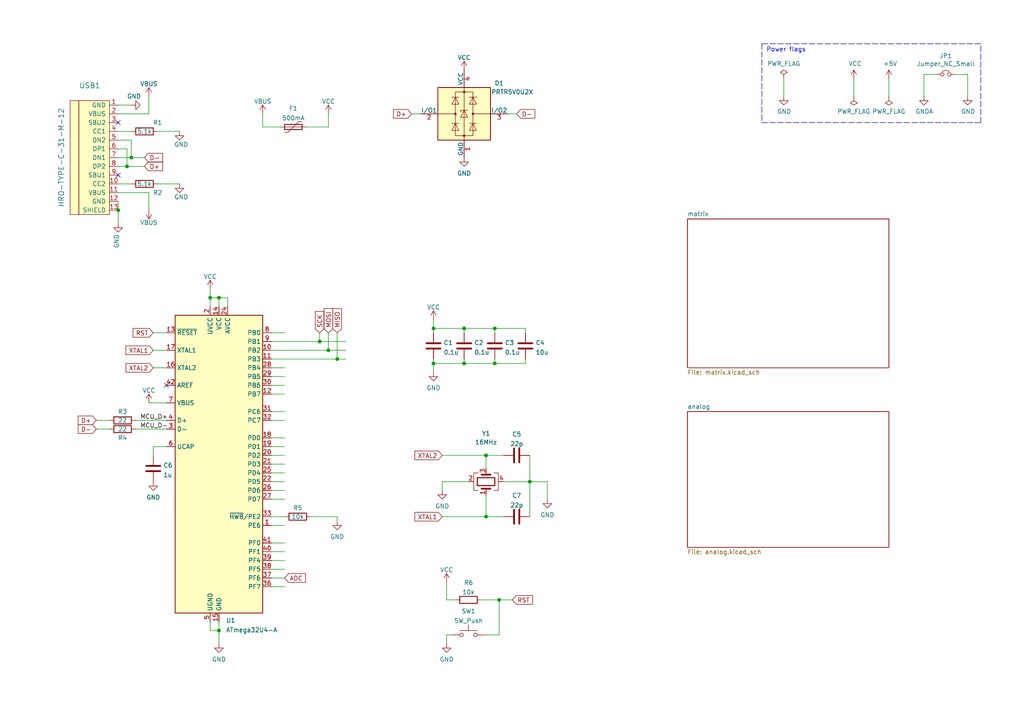
<source format=kicad_sch>
(kicad_sch (version 20211123) (generator eeschema)
  (paper "A4")
  (lib_symbols
    (symbol "Device:C" (pin_numbers hide) (pin_names (offset 0.254))
      (property "Reference" "C" (at 0.635 2.54 0))
      (property "Value" "C" (at 0.635 -2.54 0))
      (symbol "C_0_1"
        (polyline (pts (xy -2.032 -0.762) (xy 2.032 -0.762)) (stroke (width 0.508)))
        (polyline (pts (xy -2.032 0.762) (xy 2.032 0.762)) (stroke (width 0.508)))
      )
      (symbol "C_1_1"
        (pin passive line (at 0 3.81 270) (length 2.794) (name "~") (number "1"))
        (pin passive line (at 0 -3.81 90) (length 2.794) (name "~") (number "2"))
      )
    )
    (symbol "Device:Crystal_GND24" (pin_names (offset 1.016) hide)
      (property "Reference" "Y" (at 3.175 5.08 0))
      (property "Value" "Crystal_GND24" (at 3.175 3.175 0))
      (symbol "Crystal_GND24_0_1"
        (rectangle (start -1.143 2.54) (end 1.143 -2.54) (stroke (width 0.3048)))
        (polyline (pts (xy -2.54 0) (xy -2.032 0)))
        (polyline (pts (xy -2.032 -1.27) (xy -2.032 1.27)) (stroke (width 0.508)))
        (polyline (pts (xy 0 -3.81) (xy 0 -3.556)))
        (polyline (pts (xy 0 3.556) (xy 0 3.81)))
        (polyline (pts (xy 2.032 -1.27) (xy 2.032 1.27)) (stroke (width 0.508)))
        (polyline (pts (xy 2.032 0) (xy 2.54 0)))
        (polyline (pts (xy -2.54 -2.286) (xy -2.54 -3.556) (xy 2.54 -3.556) (xy 2.54 -2.286)))
        (polyline (pts (xy -2.54 2.286) (xy -2.54 3.556) (xy 2.54 3.556) (xy 2.54 2.286)))
      )
      (symbol "Crystal_GND24_1_1"
        (pin passive line (at -3.81 0 0) (length 1.27) (name "1") (number "1"))
        (pin passive line (at 0 5.08 270) (length 1.27) (name "2") (number "2"))
        (pin passive line (at 3.81 0 180) (length 1.27) (name "3") (number "3"))
        (pin passive line (at 0 -5.08 90) (length 1.27) (name "4") (number "4"))
      )
    )
    (symbol "Device:Jumper_NC_Small" (pin_numbers hide) (pin_names (offset 0.762) hide)
      (property "Reference" "JP" (at 0 2.032 0))
      (property "Value" "Device_Jumper_NC_Small" (at 0.254 -1.524 0))
      (symbol "Jumper_NC_Small_0_1"
        (circle (center -1.016 0) (radius 0.508))
        (circle (center 1.016 0) (radius 0.508))
        (arc (start 1.016 0.762) (mid 0 1.1828) (end -1.016 0.762))
        (pin passive line (at -2.54 0 0) (length 1.016) (name "1") (number "1"))
        (pin passive line (at 2.54 0 180) (length 1.016) (name "2") (number "2"))
      )
    )
    (symbol "Device:Polyfuse" (pin_numbers hide) (pin_names (offset 0))
      (property "Reference" "F" (at -2.54 0 90))
      (property "Value" "Polyfuse" (at 2.54 0 90))
      (symbol "Polyfuse_0_1"
        (rectangle (start -0.762 2.54) (end 0.762 -2.54) (stroke (width 0.254)))
        (polyline (pts (xy 0 2.54) (xy 0 -2.54)))
        (polyline (pts (xy -1.524 2.54) (xy -1.524 1.524) (xy 1.524 -1.524) (xy 1.524 -2.54)))
      )
      (symbol "Polyfuse_1_1"
        (pin passive line (at 0 3.81 270) (length 1.27) (name "~") (number "1"))
        (pin passive line (at 0 -3.81 90) (length 1.27) (name "~") (number "2"))
      )
    )
    (symbol "Device:R" (pin_numbers hide) (pin_names (offset 0))
      (property "Reference" "R" (at 2.032 0 90))
      (property "Value" "R" (at 0 0 90))
      (symbol "R_0_1"
        (rectangle (start -1.016 -2.54) (end 1.016 2.54) (stroke (width 0.254)))
      )
      (symbol "R_1_1"
        (pin passive line (at 0 3.81 270) (length 1.27) (name "~") (number "1"))
        (pin passive line (at 0 -3.81 90) (length 1.27) (name "~") (number "2"))
      )
    )
    (symbol "MCU_Microchip_ATmega:ATmega32U4-A"
      (property "Reference" "U" (at -12.7 44.45 0))
      (property "Value" "ATmega32U4-A" (at 2.54 -44.45 0))
      (symbol "ATmega32U4-A_0_1"
        (rectangle (start -12.7 -43.18) (end 12.7 43.18) (stroke (width 0.254)) (fill (type background)))
      )
      (symbol "ATmega32U4-A_1_1"
        (pin bidirectional line (at 15.24 -17.78 180) (length 2.54) (name "PE6") (number "1"))
        (pin bidirectional line (at 15.24 33.02 180) (length 2.54) (name "PB2") (number "10"))
        (pin bidirectional line (at 15.24 30.48 180) (length 2.54) (name "PB3") (number "11"))
        (pin bidirectional line (at 15.24 20.32 180) (length 2.54) (name "PB7") (number "12"))
        (pin input line (at -15.24 38.1 0) (length 2.54) (name "~{RESET}") (number "13"))
        (pin power_in line (at 0 45.72 270) (length 2.54) (name "VCC") (number "14"))
        (pin power_in line (at 0 -45.72 90) (length 2.54) (name "GND") (number "15"))
        (pin output line (at -15.24 27.94 0) (length 2.54) (name "XTAL2") (number "16"))
        (pin input line (at -15.24 33.02 0) (length 2.54) (name "XTAL1") (number "17"))
        (pin bidirectional line (at 15.24 7.62 180) (length 2.54) (name "PD0") (number "18"))
        (pin bidirectional line (at 15.24 5.08 180) (length 2.54) (name "PD1") (number "19"))
        (pin power_in line (at -2.54 45.72 270) (length 2.54) (name "UVCC") (number "2"))
        (pin bidirectional line (at 15.24 2.54 180) (length 2.54) (name "PD2") (number "20"))
        (pin bidirectional line (at 15.24 0 180) (length 2.54) (name "PD3") (number "21"))
        (pin bidirectional line (at 15.24 -5.08 180) (length 2.54) (name "PD5") (number "22"))
        (pin passive line (at 0 -45.72 90) (length 2.54) hide (name "GND") (number "23"))
        (pin power_in line (at 2.54 45.72 270) (length 2.54) (name "AVCC") (number "24"))
        (pin bidirectional line (at 15.24 -2.54 180) (length 2.54) (name "PD4") (number "25"))
        (pin bidirectional line (at 15.24 -7.62 180) (length 2.54) (name "PD6") (number "26"))
        (pin bidirectional line (at 15.24 -10.16 180) (length 2.54) (name "PD7") (number "27"))
        (pin bidirectional line (at 15.24 27.94 180) (length 2.54) (name "PB4") (number "28"))
        (pin bidirectional line (at 15.24 25.4 180) (length 2.54) (name "PB5") (number "29"))
        (pin bidirectional line (at -15.24 10.16 0) (length 2.54) (name "D-") (number "3"))
        (pin bidirectional line (at 15.24 22.86 180) (length 2.54) (name "PB6") (number "30"))
        (pin bidirectional line (at 15.24 15.24 180) (length 2.54) (name "PC6") (number "31"))
        (pin bidirectional line (at 15.24 12.7 180) (length 2.54) (name "PC7") (number "32"))
        (pin bidirectional line (at 15.24 -15.24 180) (length 2.54) (name "~{HWB}/PE2") (number "33"))
        (pin passive line (at 0 45.72 270) (length 2.54) hide (name "VCC") (number "34"))
        (pin passive line (at 0 -45.72 90) (length 2.54) hide (name "GND") (number "35"))
        (pin bidirectional line (at 15.24 -35.56 180) (length 2.54) (name "PF7") (number "36"))
        (pin bidirectional line (at 15.24 -33.02 180) (length 2.54) (name "PF6") (number "37"))
        (pin bidirectional line (at 15.24 -30.48 180) (length 2.54) (name "PF5") (number "38"))
        (pin bidirectional line (at 15.24 -27.94 180) (length 2.54) (name "PF4") (number "39"))
        (pin bidirectional line (at -15.24 12.7 0) (length 2.54) (name "D+") (number "4"))
        (pin bidirectional line (at 15.24 -25.4 180) (length 2.54) (name "PF1") (number "40"))
        (pin bidirectional line (at 15.24 -22.86 180) (length 2.54) (name "PF0") (number "41"))
        (pin passive line (at -15.24 22.86 0) (length 2.54) (name "AREF") (number "42"))
        (pin passive line (at 0 -45.72 90) (length 2.54) hide (name "GND") (number "43"))
        (pin passive line (at 2.54 45.72 270) (length 2.54) hide (name "AVCC") (number "44"))
        (pin passive line (at -2.54 -45.72 90) (length 2.54) (name "UGND") (number "5"))
        (pin passive line (at -15.24 5.08 0) (length 2.54) (name "UCAP") (number "6"))
        (pin input line (at -15.24 17.78 0) (length 2.54) (name "VBUS") (number "7"))
        (pin bidirectional line (at 15.24 38.1 180) (length 2.54) (name "PB0") (number "8"))
        (pin bidirectional line (at 15.24 35.56 180) (length 2.54) (name "PB1") (number "9"))
      )
    )
    (symbol "Power_Protection:PRTR5V0U2X" (pin_names (offset 0))
      (property "Reference" "D" (at 2.794 8.636 0))
      (property "Value" "PRTR5V0U2X" (at 8.128 -9.398 0))
      (symbol "PRTR5V0U2X_0_1"
        (rectangle (start -7.62 -7.62) (end 7.62 7.62) (stroke (width 0.254)) (fill (type background)))
        (circle (center -2.54 0) (radius 0.254) (fill (type outline)))
        (rectangle (start -2.54 6.35) (end 2.54 -6.35))
        (circle (center 0 -6.35) (radius 0.254) (fill (type outline)))
        (polyline (pts (xy -2.54 0) (xy -7.62 0)))
        (polyline (pts (xy -1.524 -2.794) (xy -3.556 -2.794)))
        (polyline (pts (xy -1.524 4.826) (xy -3.556 4.826)))
        (polyline (pts (xy 0 -7.62) (xy 0 7.62)))
        (polyline (pts (xy 1.524 -2.794) (xy 3.556 -2.794)))
        (polyline (pts (xy 1.524 4.826) (xy 3.556 4.826)))
        (polyline (pts (xy 2.54 0) (xy 7.62 0)))
        (polyline (pts (xy 1.016 1.016) (xy -1.016 1.016) (xy -1.016 0.508)))
        (polyline (pts (xy -3.556 -4.826) (xy -1.524 -4.826) (xy -2.54 -2.794) (xy -3.556 -4.826)))
        (polyline (pts (xy -3.556 2.794) (xy -1.524 2.794) (xy -2.54 4.826) (xy -3.556 2.794)))
        (polyline (pts (xy -1.016 -1.016) (xy 1.016 -1.016) (xy 0 1.016) (xy -1.016 -1.016)))
        (polyline (pts (xy 3.556 -4.826) (xy 1.524 -4.826) (xy 2.54 -2.794) (xy 3.556 -4.826)))
        (polyline (pts (xy 3.556 2.794) (xy 1.524 2.794) (xy 2.54 4.826) (xy 3.556 2.794)))
        (circle (center 0 6.35) (radius 0.254) (fill (type outline)))
        (circle (center 2.54 0) (radius 0.254) (fill (type outline)))
      )
      (symbol "PRTR5V0U2X_1_1"
        (pin passive line (at 0 -12.7 90) (length 5.08) (name "GND") (number "1"))
        (pin passive line (at -12.7 0 0) (length 5.08) (name "I/O1") (number "2"))
        (pin passive line (at 12.7 0 180) (length 5.08) (name "I/O2") (number "3"))
        (pin passive line (at 0 12.7 270) (length 5.08) (name "VCC") (number "4"))
      )
    )
    (symbol "Switch:SW_Push" (pin_numbers hide) (pin_names (offset 1.016) hide)
      (property "Reference" "SW" (at 1.27 2.54 0))
      (property "Value" "SW_Push" (at 0 -1.524 0))
      (symbol "SW_Push_0_1"
        (circle (center -2.032 0) (radius 0.508))
        (polyline (pts (xy 0 1.27) (xy 0 3.048)))
        (polyline (pts (xy 2.54 1.27) (xy -2.54 1.27)))
        (circle (center 2.032 0) (radius 0.508))
        (pin passive line (at -5.08 0 0) (length 2.54) (name "1") (number "1"))
        (pin passive line (at 5.08 0 180) (length 2.54) (name "2") (number "2"))
      )
    )
    (symbol "cipulot_parts:HRO-TYPE-C-31-M-12" (pin_names (offset 1.016))
      (property "Reference" "USB" (at -5.08 16.51 0))
      (property "Value" "HRO-TYPE-C-31-M-12" (at -10.16 -1.27 90))
      (symbol "HRO-TYPE-C-31-M-12_0_1"
        (rectangle (start -11.43 15.24) (end -8.89 -17.78) (fill (type background)))
        (rectangle (start 0 -17.78) (end -8.89 15.24) (fill (type background)))
      )
      (symbol "HRO-TYPE-C-31-M-12_1_1"
        (pin input line (at 2.54 13.97 180) (length 2.54) (name "GND") (number "1"))
        (pin input line (at 2.54 -8.89 180) (length 2.54) (name "CC2") (number "10"))
        (pin input line (at 2.54 -11.43 180) (length 2.54) (name "VBUS") (number "11"))
        (pin input line (at 2.54 -13.97 180) (length 2.54) (name "GND") (number "12"))
        (pin input line (at 2.54 -16.51 180) (length 2.54) (name "SHIELD") (number "13"))
        (pin input line (at 2.54 11.43 180) (length 2.54) (name "VBUS") (number "2"))
        (pin input line (at 2.54 8.89 180) (length 2.54) (name "SBU2") (number "3"))
        (pin input line (at 2.54 6.35 180) (length 2.54) (name "CC1") (number "4"))
        (pin input line (at 2.54 3.81 180) (length 2.54) (name "DN2") (number "5"))
        (pin input line (at 2.54 1.27 180) (length 2.54) (name "DP1") (number "6"))
        (pin input line (at 2.54 -1.27 180) (length 2.54) (name "DN1") (number "7"))
        (pin input line (at 2.54 -3.81 180) (length 2.54) (name "DP2") (number "8"))
        (pin input line (at 2.54 -6.35 180) (length 2.54) (name "SBU1") (number "9"))
      )
    )
    (symbol "power:+5V" (power) (pin_names (offset 0))
      (property "Value" "+5V" (at 0 3.556 0))
      (symbol "+5V_0_1"
        (polyline (pts (xy -0.762 1.27) (xy 0 2.54)))
        (polyline (pts (xy 0 0) (xy 0 2.54)))
        (polyline (pts (xy 0 2.54) (xy 0.762 1.27)))
      )
      (symbol "+5V_1_1"
        (pin power_in line (at 0 0 90) (length 0) hide (name "+5V") (number "1"))
      )
    )
    (symbol "power:GND" (power) (pin_names (offset 0))
      (property "Value" "GND" (at 0 -3.81 0))
      (symbol "GND_0_1"
        (polyline (pts (xy 0 0) (xy 0 -1.27) (xy 1.27 -1.27) (xy 0 -2.54) (xy -1.27 -1.27) (xy 0 -1.27)))
      )
      (symbol "GND_1_1"
        (pin power_in line (at 0 0 270) (length 0) hide (name "GND") (number "1"))
      )
    )
    (symbol "power:GNDA" (power) (pin_names (offset 0))
      (property "Value" "GNDA" (at 0 -3.81 0))
      (symbol "GNDA_0_1"
        (polyline (pts (xy 0 0) (xy 0 -1.27) (xy 1.27 -1.27) (xy 0 -2.54) (xy -1.27 -1.27) (xy 0 -1.27)))
      )
      (symbol "GNDA_1_1"
        (pin power_in line (at 0 0 270) (length 0) hide (name "GNDA") (number "1"))
      )
    )
    (symbol "power:PWR_FLAG" (power) (pin_numbers hide) (pin_names (offset 0) hide)
      (property "Value" "PWR_FLAG" (at 0 3.81 0))
      (symbol "PWR_FLAG_0_0"
        (pin power_out line (at 0 0 90) (length 0) (name "pwr") (number "1"))
      )
      (symbol "PWR_FLAG_0_1"
        (polyline (pts (xy 0 0) (xy 0 1.27) (xy -1.016 1.905) (xy 0 2.54) (xy 1.016 1.905) (xy 0 1.27)))
      )
    )
    (symbol "power:VBUS" (power) (pin_names (offset 0))
      (property "Value" "VBUS" (at 0 3.81 0))
      (symbol "VBUS_0_1"
        (polyline (pts (xy -0.762 1.27) (xy 0 2.54)))
        (polyline (pts (xy 0 0) (xy 0 2.54)))
        (polyline (pts (xy 0 2.54) (xy 0.762 1.27)))
      )
      (symbol "VBUS_1_1"
        (pin power_in line (at 0 0 90) (length 0) hide (name "VBUS") (number "1"))
      )
    )
    (symbol "power:VCC" (power) (pin_names (offset 0))
      (property "Value" "VCC" (at 0 3.81 0))
      (symbol "VCC_0_1"
        (polyline (pts (xy -0.762 1.27) (xy 0 2.54)))
        (polyline (pts (xy 0 0) (xy 0 2.54)))
        (polyline (pts (xy 0 2.54) (xy 0.762 1.27)))
      )
      (symbol "VCC_1_1"
        (pin power_in line (at 0 0 90) (length 0) hide (name "VCC") (number "1"))
      )
    )
  )
  (junction (at 140.97 149.86))
  (junction (at 144.78 173.99))
  (junction (at 134.62 95.25))
  (junction (at 38.1 45.72))
  (junction (at 97.79 104.14))
  (junction (at 63.5 86.36))
  (junction (at 125.73 105.41))
  (junction (at 60.96 86.36))
  (junction (at 34.29 60.96))
  (junction (at 125.73 95.25))
  (junction (at 92.71 99.06))
  (junction (at 143.51 95.25))
  (junction (at 63.5 182.88))
  (junction (at 140.97 132.08))
  (junction (at 134.62 105.41))
  (junction (at 143.51 105.41))
  (junction (at 36.83 48.26))
  (junction (at 95.25 101.6))
  (junction (at 153.67 139.7))
  (no_connect (at 34.29 50.8))
  (no_connect (at 34.29 35.56))
  (no_connect (at 48.26 111.76))
  (wire (pts (xy 78.74 152.4) (xy 82.55 152.4)))
  (wire (pts (xy 90.17 149.86) (xy 97.79 149.86)))
  (wire (pts (xy 125.73 104.14) (xy 125.73 105.41)))
  (wire (pts (xy 95.25 96.52) (xy 95.25 101.6)))
  (wire (pts (xy 34.29 53.34) (xy 38.1 53.34)))
  (wire (pts (xy 128.27 149.86) (xy 140.97 149.86)))
  (wire (pts (xy 143.51 95.25) (xy 143.51 96.52)))
  (wire (pts (xy 152.4 105.41) (xy 143.51 105.41)))
  (wire (pts (xy 78.74 132.08) (xy 82.55 132.08)))
  (wire (pts (xy 78.74 99.06) (xy 92.71 99.06)))
  (wire (pts (xy 43.18 55.88) (xy 43.18 60.96)))
  (wire (pts (xy 78.74 149.86) (xy 82.55 149.86)))
  (wire (pts (xy 34.29 45.72) (xy 38.1 45.72)))
  (wire (pts (xy 140.97 149.86) (xy 146.05 149.86)))
  (wire (pts (xy 78.74 170.18) (xy 82.55 170.18)))
  (wire (pts (xy 43.18 33.02) (xy 43.18 27.94)))
  (wire (pts (xy 78.74 106.68) (xy 82.55 106.68)))
  (wire (pts (xy 38.1 45.72) (xy 41.91 45.72)))
  (wire (pts (xy 97.79 149.86) (xy 97.79 151.13)))
  (wire (pts (xy 144.78 173.99) (xy 144.78 184.15)))
  (wire (pts (xy 27.94 124.46) (xy 31.75 124.46)))
  (wire (pts (xy 63.5 180.34) (xy 63.5 182.88)))
  (wire (pts (xy 78.74 139.7) (xy 82.55 139.7)))
  (wire (pts (xy 134.62 95.25) (xy 125.73 95.25)))
  (wire (pts (xy 146.05 139.7) (xy 153.67 139.7)))
  (polyline (pts (xy 220.98 35.56) (xy 284.48 35.56)))
  (wire (pts (xy 43.18 116.84) (xy 48.26 116.84)))
  (wire (pts (xy 129.54 184.15) (xy 130.81 184.15)))
  (wire (pts (xy 78.74 129.54) (xy 82.55 129.54)))
  (wire (pts (xy 143.51 105.41) (xy 134.62 105.41)))
  (wire (pts (xy 60.96 83.82) (xy 60.96 86.36)))
  (wire (pts (xy 78.74 167.64) (xy 82.55 167.64)))
  (wire (pts (xy 97.79 104.14) (xy 100.33 104.14)))
  (wire (pts (xy 152.4 96.52) (xy 152.4 95.25)))
  (wire (pts (xy 78.74 114.3) (xy 82.55 114.3)))
  (wire (pts (xy 45.72 38.1) (xy 52.07 38.1)))
  (wire (pts (xy 34.29 38.1) (xy 38.1 38.1)))
  (wire (pts (xy 276.86 21.59) (xy 280.67 21.59)))
  (wire (pts (xy 134.62 95.25) (xy 134.62 96.52)))
  (wire (pts (xy 140.97 132.08) (xy 146.05 132.08)))
  (wire (pts (xy 134.62 104.14) (xy 134.62 105.41)))
  (wire (pts (xy 78.74 160.02) (xy 82.55 160.02)))
  (wire (pts (xy 153.67 132.08) (xy 153.67 139.7)))
  (wire (pts (xy 78.74 119.38) (xy 82.55 119.38)))
  (wire (pts (xy 78.74 96.52) (xy 82.55 96.52)))
  (wire (pts (xy 152.4 104.14) (xy 152.4 105.41)))
  (wire (pts (xy 143.51 104.14) (xy 143.51 105.41)))
  (wire (pts (xy 38.1 40.64) (xy 38.1 45.72)))
  (wire (pts (xy 267.97 21.59) (xy 267.97 27.94)))
  (wire (pts (xy 247.65 22.86) (xy 247.65 27.94)))
  (wire (pts (xy 271.78 21.59) (xy 267.97 21.59)))
  (wire (pts (xy 143.51 95.25) (xy 134.62 95.25)))
  (wire (pts (xy 66.04 86.36) (xy 63.5 86.36)))
  (wire (pts (xy 78.74 101.6) (xy 95.25 101.6)))
  (wire (pts (xy 144.78 184.15) (xy 140.97 184.15)))
  (wire (pts (xy 153.67 139.7) (xy 153.67 149.86)))
  (wire (pts (xy 34.29 55.88) (xy 43.18 55.88)))
  (wire (pts (xy 63.5 86.36) (xy 63.5 88.9)))
  (wire (pts (xy 129.54 168.91) (xy 129.54 173.99)))
  (wire (pts (xy 34.29 48.26) (xy 36.83 48.26)))
  (wire (pts (xy 78.74 134.62) (xy 82.55 134.62)))
  (wire (pts (xy 158.75 139.7) (xy 158.75 144.78)))
  (wire (pts (xy 227.33 22.86) (xy 227.33 27.94)))
  (wire (pts (xy 63.5 182.88) (xy 63.5 186.69)))
  (wire (pts (xy 44.45 129.54) (xy 48.26 129.54)))
  (wire (pts (xy 76.2 36.83) (xy 81.28 36.83)))
  (wire (pts (xy 60.96 86.36) (xy 60.96 88.9)))
  (wire (pts (xy 34.29 58.42) (xy 34.29 60.96)))
  (wire (pts (xy 78.74 121.92) (xy 82.55 121.92)))
  (wire (pts (xy 36.83 48.26) (xy 41.91 48.26)))
  (wire (pts (xy 257.81 22.86) (xy 257.81 27.94)))
  (wire (pts (xy 95.25 36.83) (xy 95.25 33.02)))
  (wire (pts (xy 34.29 33.02) (xy 43.18 33.02)))
  (wire (pts (xy 76.2 33.02) (xy 76.2 36.83)))
  (wire (pts (xy 139.7 173.99) (xy 144.78 173.99)))
  (wire (pts (xy 39.37 124.46) (xy 48.26 124.46)))
  (wire (pts (xy 34.29 30.48) (xy 38.1 30.48)))
  (polyline (pts (xy 220.98 12.7) (xy 220.98 35.56)))
  (wire (pts (xy 92.71 96.52) (xy 92.71 99.06)))
  (wire (pts (xy 125.73 105.41) (xy 125.73 107.95)))
  (wire (pts (xy 88.9 36.83) (xy 95.25 36.83)))
  (wire (pts (xy 78.74 165.1) (xy 82.55 165.1)))
  (wire (pts (xy 63.5 86.36) (xy 60.96 86.36)))
  (wire (pts (xy 140.97 132.08) (xy 140.97 135.89)))
  (wire (pts (xy 129.54 173.99) (xy 132.08 173.99)))
  (wire (pts (xy 78.74 142.24) (xy 82.55 142.24)))
  (wire (pts (xy 44.45 106.68) (xy 48.26 106.68)))
  (wire (pts (xy 152.4 95.25) (xy 143.51 95.25)))
  (wire (pts (xy 97.79 96.52) (xy 97.79 104.14)))
  (wire (pts (xy 128.27 139.7) (xy 135.89 139.7)))
  (wire (pts (xy 44.45 96.52) (xy 48.26 96.52)))
  (wire (pts (xy 44.45 101.6) (xy 48.26 101.6)))
  (wire (pts (xy 66.04 88.9) (xy 66.04 86.36)))
  (wire (pts (xy 39.37 121.92) (xy 48.26 121.92)))
  (wire (pts (xy 125.73 95.25) (xy 125.73 92.71)))
  (wire (pts (xy 60.96 180.34) (xy 60.96 182.88)))
  (wire (pts (xy 78.74 104.14) (xy 97.79 104.14)))
  (wire (pts (xy 78.74 127) (xy 82.55 127)))
  (wire (pts (xy 60.96 182.88) (xy 63.5 182.88)))
  (wire (pts (xy 129.54 186.69) (xy 129.54 184.15)))
  (wire (pts (xy 78.74 144.78) (xy 82.55 144.78)))
  (polyline (pts (xy 220.98 12.7) (xy 284.48 12.7)))
  (polyline (pts (xy 284.48 35.56) (xy 284.48 12.7)))
  (wire (pts (xy 119.38 33.02) (xy 121.92 33.02)))
  (wire (pts (xy 27.94 121.92) (xy 31.75 121.92)))
  (wire (pts (xy 125.73 95.25) (xy 125.73 96.52)))
  (wire (pts (xy 134.62 105.41) (xy 125.73 105.41)))
  (wire (pts (xy 78.74 157.48) (xy 82.55 157.48)))
  (wire (pts (xy 78.74 137.16) (xy 82.55 137.16)))
  (wire (pts (xy 34.29 60.96) (xy 34.29 64.77)))
  (wire (pts (xy 34.29 40.64) (xy 38.1 40.64)))
  (wire (pts (xy 128.27 132.08) (xy 140.97 132.08)))
  (wire (pts (xy 36.83 43.18) (xy 36.83 48.26)))
  (wire (pts (xy 144.78 173.99) (xy 148.59 173.99)))
  (wire (pts (xy 95.25 101.6) (xy 100.33 101.6)))
  (wire (pts (xy 78.74 111.76) (xy 82.55 111.76)))
  (wire (pts (xy 44.45 132.08) (xy 44.45 129.54)))
  (wire (pts (xy 147.32 33.02) (xy 149.86 33.02)))
  (wire (pts (xy 92.71 99.06) (xy 100.33 99.06)))
  (wire (pts (xy 280.67 21.59) (xy 280.67 27.94)))
  (wire (pts (xy 78.74 162.56) (xy 82.55 162.56)))
  (wire (pts (xy 140.97 143.51) (xy 140.97 149.86)))
  (wire (pts (xy 153.67 139.7) (xy 158.75 139.7)))
  (wire (pts (xy 128.27 142.24) (xy 128.27 139.7)))
  (wire (pts (xy 78.74 109.22) (xy 82.55 109.22)))
  (wire (pts (xy 45.72 53.34) (xy 52.07 53.34)))
  (wire (pts (xy 34.29 43.18) (xy 36.83 43.18)))
  (text "Power flags\n" (at 222.25 15.24 0) (effects (font (size 1.27 1.27)) (justify left bottom)))
  (label "MCU_D+" (at 40.64 121.92 0))
  (label "MCU_D-" (at 40.64 124.46 0))
  (global_label "ADC" (shape input) (at 82.55 167.64 0) (property "Intersheet References" "${INTERSHEET_REFS}" (effects hide)))
  (global_label "D+" (shape input) (at 27.94 121.92 180) (property "Intersheet References" "${INTERSHEET_REFS}" (effects hide)))
  (global_label "RST" (shape input) (at 44.45 96.52 180) (property "Intersheet References" "${INTERSHEET_REFS}" (effects hide)))
  (global_label "XTAL2" (shape input) (at 44.45 106.68 180) (property "Intersheet References" "${INTERSHEET_REFS}" (effects hide)))
  (global_label "MISO" (shape input) (at 97.79 96.52 90) (property "Intersheet References" "${INTERSHEET_REFS}" (effects hide)))
  (global_label "XTAL1" (shape input) (at 128.27 149.86 180) (property "Intersheet References" "${INTERSHEET_REFS}" (effects hide)))
  (global_label "MOSI" (shape input) (at 95.25 96.52 90) (property "Intersheet References" "${INTERSHEET_REFS}" (effects hide)))
  (global_label "D+" (shape input) (at 41.91 48.26 0) (property "Intersheet References" "${INTERSHEET_REFS}" (effects hide)))
  (global_label "D+" (shape input) (at 119.38 33.02 180) (property "Intersheet References" "${INTERSHEET_REFS}" (effects hide)))
  (global_label "D-" (shape input) (at 27.94 124.46 180) (property "Intersheet References" "${INTERSHEET_REFS}" (effects hide)))
  (global_label "D-" (shape input) (at 41.91 45.72 0) (property "Intersheet References" "${INTERSHEET_REFS}" (effects hide)))
  (global_label "RST" (shape input) (at 148.59 173.99 0) (property "Intersheet References" "${INTERSHEET_REFS}" (effects hide)))
  (global_label "XTAL1" (shape input) (at 44.45 101.6 180) (property "Intersheet References" "${INTERSHEET_REFS}" (effects hide)))
  (global_label "SCK" (shape input) (at 92.71 96.52 90) (property "Intersheet References" "${INTERSHEET_REFS}" (effects hide)))
  (global_label "XTAL2" (shape input) (at 128.27 132.08 180) (property "Intersheet References" "${INTERSHEET_REFS}" (effects hide)))
  (global_label "D-" (shape input) (at 149.86 33.02 0) (property "Intersheet References" "${INTERSHEET_REFS}" (effects hide)))
  (symbol (lib_id "power:PWR_FLAG") (at 227.33 22.86 0) (unit 1)
    (property "Reference" "#FLG01" (effects hide))
    (property "Value" "PWR_FLAG" (at 227.33 18.4658 0))
  )
  (symbol (lib_id "power:GND") (at 44.45 139.7 0) (unit 1)
    (property "Reference" "#PWR023" (effects hide))
    (property "Value" "GND" (at 44.45 144.2625 0))
  )
  (symbol (lib_id "Device:C") (at 134.62 100.33 0) (unit 1)
    (property "Reference" "C2" (at 137.541 99.4215 0) (effects (justify left)))
    (property "Value" "0.1u" (at 137.541 102.1966 0) (effects (justify left)))
    (property "Footprint" "Capacitor_SMD:C_0805_2012Metric" (effects hide))
  )
  (symbol (lib_id "power:+5V") (at 257.81 22.86 0) (unit 1)
    (property "Reference" "#PWR04" (effects hide))
    (property "Value" "+5V" (at 258.191 18.4658 0))
  )
  (symbol (lib_id "power:PWR_FLAG") (at 257.81 27.94 180) (unit 1)
    (property "Reference" "#FLG04" (effects hide))
    (property "Value" "PWR_FLAG" (at 257.81 32.3342 0))
  )
  (symbol (lib_id "MCU_Microchip_ATmega:ATmega32U4-A") (at 63.5 134.62 0) (unit 1)
    (property "Reference" "U1" (at 65.5194 179.9495 0) (effects (justify left)))
    (property "Value" "ATmega32U4-A" (at 65.5194 182.7246 0) (effects (justify left)))
    (property "Footprint" "Package_QFP:TQFP-44_10x10mm_P0.8mm" (effects hide))
    (property "Datasheet" "http://ww1.microchip.com/downloads/en/DeviceDoc/Atmel-7766-8-bit-AVR-ATmega16U4-32U4_Datasheet.pdf" (effects hide))
  )
  (symbol (lib_id "Device:R") (at 35.56 121.92 90) (unit 1)
    (property "Reference" "R3" (at 35.56 119.38 90))
    (property "Value" "22" (at 35.56 121.92 90))
    (property "Footprint" "Resistor_SMD:R_0805_2012Metric" (effects hide))
  )
  (symbol (lib_id "power:GND") (at 34.29 64.77 0) (unit 1)
    (property "Reference" "#PWR018" (effects hide))
    (property "Value" "GND" (at 33.811 67.945 90) (effects (justify right)))
  )
  (symbol (lib_id "Switch:SW_Push") (at 135.89 184.15 0) (unit 1)
    (property "Reference" "SW1" (at 135.89 177.2625 0))
    (property "Value" "SW_Push" (at 135.89 180.0376 0))
    (property "Footprint" "Button_Switch_SMD:SW_SPST_TL3342" (effects hide))
  )
  (symbol (lib_id "power:VCC") (at 129.54 168.91 0) (unit 1)
    (property "Reference" "#PWR027" (effects hide))
    (property "Value" "VCC" (at 129.54 165.3055 0))
  )
  (symbol (lib_id "power:VCC") (at 247.65 22.86 0) (unit 1)
    (property "Reference" "#PWR03" (effects hide))
    (property "Value" "VCC" (at 248.031 18.4658 0))
  )
  (symbol (lib_id "power:VCC") (at 134.62 20.32 0) (unit 1)
    (property "Reference" "#PWR01" (effects hide))
    (property "Value" "VCC" (at 134.62 16.7155 0))
  )
  (symbol (lib_id "Device:Jumper_NC_Small") (at 274.32 21.59 0) (unit 1)
    (property "Reference" "JP1" (at 274.32 16.2052 0))
    (property "Value" "Jumper_NC_Small" (at 274.32 18.5166 0))
    (property "Footprint" "Jumper:SolderJumper-2_P1.3mm_Bridged_Pad1.0x1.5mm" (effects hide))
  )
  (symbol (lib_id "power:GND") (at 134.62 45.72 0) (unit 1)
    (property "Reference" "#PWR015" (effects hide))
    (property "Value" "GND" (at 134.62 50.2825 0))
  )
  (symbol (lib_id "power:VBUS") (at 76.2 33.02 0) (unit 1)
    (property "Reference" "#PWR011" (effects hide))
    (property "Value" "VBUS" (at 76.2 29.4155 0))
  )
  (symbol (lib_id "power:VCC") (at 43.18 116.84 0) (unit 1)
    (property "Reference" "#PWR022" (effects hide))
    (property "Value" "VCC" (at 43.18 113.2355 0))
  )
  (symbol (lib_id "power:GND") (at 52.07 38.1 0) (unit 1)
    (property "Reference" "#PWR013" (effects hide))
    (property "Value" "GND" (at 54.61 41.91 0) (effects (justify right)))
  )
  (symbol (lib_id "power:VBUS") (at 43.18 60.96 180) (unit 1)
    (property "Reference" "#PWR017" (effects hide))
    (property "Value" "VBUS" (at 43.18 64.5645 0))
  )
  (symbol (lib_id "power:VCC") (at 95.25 33.02 0) (unit 1)
    (property "Reference" "#PWR012" (effects hide))
    (property "Value" "VCC" (at 95.25 29.4155 0))
  )
  (symbol (lib_id "power:GND") (at 227.33 27.94 0) (unit 1)
    (property "Reference" "#PWR06" (effects hide))
    (property "Value" "GND" (at 227.457 32.3342 0))
  )
  (symbol (lib_id "Device:C") (at 125.73 100.33 0) (unit 1)
    (property "Reference" "C1" (at 128.651 99.4215 0) (effects (justify left)))
    (property "Value" "0.1u" (at 128.651 102.1966 0) (effects (justify left)))
    (property "Footprint" "Capacitor_SMD:C_0805_2012Metric" (effects hide))
  )
  (symbol (lib_id "Device:C") (at 152.4 100.33 0) (unit 1)
    (property "Reference" "C4" (at 155.321 99.4215 0) (effects (justify left)))
    (property "Value" "10u" (at 155.321 102.1966 0) (effects (justify left)))
    (property "Footprint" "Capacitor_SMD:C_0805_2012Metric" (effects hide))
  )
  (symbol (lib_id "power:VBUS") (at 43.18 27.94 0) (unit 1)
    (property "Reference" "#PWR05" (effects hide))
    (property "Value" "VBUS" (at 43.18 24.3355 0))
  )
  (symbol (lib_id "power:VCC") (at 60.96 83.82 0) (unit 1)
    (property "Reference" "#PWR019" (effects hide))
    (property "Value" "VCC" (at 60.96 80.2155 0))
  )
  (symbol (lib_id "Device:C") (at 143.51 100.33 0) (unit 1)
    (property "Reference" "C3" (at 146.431 99.4215 0) (effects (justify left)))
    (property "Value" "0.1u" (at 146.431 102.1966 0) (effects (justify left)))
    (property "Footprint" "Capacitor_SMD:C_0805_2012Metric" (effects hide))
  )
  (symbol (lib_id "power:GND") (at 129.54 186.69 0) (unit 1)
    (property "Reference" "#PWR029" (effects hide))
    (property "Value" "GND" (at 129.54 191.2525 0))
  )
  (symbol (lib_id "power:GND") (at 128.27 142.24 0) (unit 1)
    (property "Reference" "#PWR024" (effects hide))
    (property "Value" "GND" (at 128.27 146.8025 0))
  )
  (symbol (lib_id "Device:R") (at 135.89 173.99 90) (unit 1)
    (property "Reference" "R6" (at 135.89 169.0075 90))
    (property "Value" "10k" (at 135.89 171.7826 90))
    (property "Footprint" "Resistor_SMD:R_0805_2012Metric" (effects hide))
  )
  (symbol (lib_id "power:GND") (at 63.5 186.69 0) (unit 1)
    (property "Reference" "#PWR028" (effects hide))
    (property "Value" "GND" (at 63.5 191.2525 0))
  )
  (symbol (lib_id "power:GND") (at 125.73 107.95 0) (unit 1)
    (property "Reference" "#PWR021" (effects hide))
    (property "Value" "GND" (at 125.73 112.5125 0))
  )
  (symbol (lib_id "cipulot_parts:HRO-TYPE-C-31-M-12") (at 31.75 44.45 0) (unit 1)
    (property "Reference" "USB1" (at 26.035 24.8061 0) (effects (font (size 1.524 1.524))))
    (property "Value" "HRO-TYPE-C-31-M-12" (at 17.78 45.72 90) (effects (font (size 1.524 1.524))))
    (property "Footprint" "cipulot_parts:HRO-TYPE-C-31-M-12-Assembly" (effects hide))
  )
  (symbol (lib_id "Device:Polyfuse") (at 85.09 36.83 270) (unit 1)
    (property "Reference" "F1" (at 85.09 31.4665 90))
    (property "Value" "500mA" (at 85.09 34.2416 90))
    (property "Footprint" "Fuse:Fuse_1206_3216Metric" (effects hide))
  )
  (symbol (lib_id "power:GND") (at 97.79 151.13 0) (unit 1)
    (property "Reference" "#PWR026" (effects hide))
    (property "Value" "GND" (at 97.79 155.6925 0))
  )
  (symbol (lib_id "power:PWR_FLAG") (at 247.65 27.94 180) (unit 1)
    (property "Reference" "#FLG03" (effects hide))
    (property "Value" "PWR_FLAG" (at 247.65 32.3342 0))
  )
  (symbol (lib_id "Device:R") (at 41.91 38.1 270) (unit 1)
    (property "Reference" "R1" (at 45.72 35.56 90))
    (property "Value" "5.1k" (at 41.91 38.1 90))
    (property "Footprint" "Resistor_SMD:R_0805_2012Metric" (effects hide))
  )
  (symbol (lib_id "Power_Protection:PRTR5V0U2X") (at 134.62 33.02 0) (unit 1)
    (property "Reference" "D1" (at 144.78 24.13 0))
    (property "Value" "PRTR5V0U2X" (at 148.59 26.67 0))
    (property "Footprint" "Package_TO_SOT_SMD:SOT-143" (effects hide))
    (property "Datasheet" "https://assets.nexperia.com/documents/data-sheet/PRTR5V0U2X.pdf" (effects hide))
  )
  (symbol (lib_id "power:VCC") (at 125.73 92.71 0) (unit 1)
    (property "Reference" "#PWR020" (effects hide))
    (property "Value" "VCC" (at 125.73 89.1055 0))
  )
  (symbol (lib_id "Device:C") (at 149.86 132.08 270) (unit 1)
    (property "Reference" "C5" (at 149.86 125.9545 90))
    (property "Value" "22p" (at 149.86 128.7296 90))
    (property "Footprint" "Capacitor_SMD:C_0805_2012Metric" (effects hide))
  )
  (symbol (lib_id "Device:C") (at 149.86 149.86 270) (unit 1)
    (property "Reference" "C7" (at 149.86 143.7345 90))
    (property "Value" "22p" (at 149.86 146.5096 90))
    (property "Footprint" "Capacitor_SMD:C_0805_2012Metric" (effects hide))
  )
  (symbol (lib_id "Device:Crystal_GND24") (at 140.97 139.7 90) (unit 1)
    (property "Reference" "Y1" (at 140.97 125.73 90))
    (property "Value" "16MHz" (at 140.97 128.27 90))
    (property "Footprint" "cipulot_parts:Crystal_SMD_3225-4pin_3.2x2.5mm" (effects hide))
  )
  (symbol (lib_id "power:GND") (at 52.07 53.34 0) (unit 1)
    (property "Reference" "#PWR016" (effects hide))
    (property "Value" "GND" (at 54.61 57.15 0) (effects (justify right)))
  )
  (symbol (lib_id "power:GNDA") (at 267.97 27.94 0) (unit 1)
    (property "Reference" "#PWR08" (effects hide))
    (property "Value" "GNDA" (at 268.097 32.3342 0))
  )
  (symbol (lib_id "Device:R") (at 35.56 124.46 90) (unit 1)
    (property "Reference" "R4" (at 35.56 127 90))
    (property "Value" "22" (at 35.56 124.46 90))
    (property "Footprint" "Resistor_SMD:R_0805_2012Metric" (effects hide))
  )
  (symbol (lib_id "power:GND") (at 280.67 27.94 0) (unit 1)
    (property "Reference" "#PWR09" (effects hide))
    (property "Value" "GND" (at 280.797 32.3342 0))
  )
  (symbol (lib_id "power:GND") (at 158.75 144.78 0) (unit 1)
    (property "Reference" "#PWR025" (effects hide))
    (property "Value" "GND" (at 158.75 149.3425 0))
  )
  (symbol (lib_id "Device:R") (at 41.91 53.34 90) (unit 1)
    (property "Reference" "R2" (at 45.72 55.88 90))
    (property "Value" "5.1k" (at 41.91 53.34 90))
    (property "Footprint" "Resistor_SMD:R_0805_2012Metric" (effects hide))
  )
  (symbol (lib_id "Device:R") (at 86.36 149.86 90) (unit 1)
    (property "Reference" "R5" (at 86.36 147.32 90))
    (property "Value" "10k" (at 86.36 149.86 90))
    (property "Footprint" "Resistor_SMD:R_0805_2012Metric" (effects hide))
  )
  (symbol (lib_id "power:GND") (at 38.1 30.48 90) (unit 1)
    (property "Reference" "#PWR010" (effects hide))
    (property "Value" "GND" (at 36.83 27.94 90) (effects (justify right)))
  )
  (symbol (lib_id "Device:C") (at 44.45 135.89 0) (unit 1)
    (property "Reference" "C6" (at 47.371 134.9815 0) (effects (justify left)))
    (property "Value" "1u" (at 47.371 137.7566 0) (effects (justify left)))
    (property "Footprint" "Capacitor_SMD:C_0805_2012Metric" (effects hide))
  )
  (sheet (at 199.39 119.38) (size 58.42 39.37) (stroke (width 0.1524))
    (property "Sheet name" "analog" (at 199.39 118.6684 0) (effects (justify left bottom)))
    (property "Sheet file" "analog.kicad_sch" (at 199.39 159.3346 0) (effects (justify left top)))
  )
  (sheet (at 199.39 63.5) (size 58.42 43.18) (stroke (width 0.1524))
    (property "Sheet name" "matrix" (at 199.39 62.7884 0) (effects (justify left bottom)))
    (property "Sheet file" "matrix.kicad_sch" (at 199.39 107.2646 0) (effects (justify left top)))
  )
)
</source>
